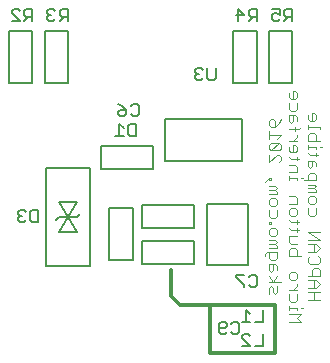
<source format=gbo>
G75*
%MOIN*%
%OFA0B0*%
%FSLAX25Y25*%
%IPPOS*%
%LPD*%
%AMOC8*
5,1,8,0,0,1.08239X$1,22.5*
%
%ADD10C,0.00400*%
%ADD11C,0.01181*%
%ADD12C,0.00800*%
%ADD13C,0.00500*%
D10*
X0107317Y0062701D02*
X0107317Y0063357D01*
X0107972Y0064013D01*
X0111251Y0064013D01*
X0111251Y0062046D01*
X0110595Y0061390D01*
X0109284Y0061390D01*
X0108628Y0062046D01*
X0108628Y0064013D01*
X0108628Y0065378D02*
X0111251Y0065378D01*
X0111251Y0066033D01*
X0110595Y0066689D01*
X0111251Y0067345D01*
X0110595Y0068001D01*
X0108628Y0068001D01*
X0108628Y0066689D02*
X0110595Y0066689D01*
X0110595Y0069365D02*
X0109284Y0069365D01*
X0108628Y0070021D01*
X0108628Y0071332D01*
X0109284Y0071988D01*
X0110595Y0071988D01*
X0111251Y0071332D01*
X0111251Y0070021D01*
X0110595Y0069365D01*
X0109284Y0073353D02*
X0109284Y0074009D01*
X0108628Y0074009D01*
X0108628Y0073353D01*
X0109284Y0073353D01*
X0109284Y0075347D02*
X0108628Y0076003D01*
X0108628Y0077970D01*
X0109284Y0079335D02*
X0108628Y0079990D01*
X0108628Y0081302D01*
X0109284Y0081957D01*
X0110595Y0081957D01*
X0111251Y0081302D01*
X0111251Y0079990D01*
X0110595Y0079335D01*
X0109284Y0079335D01*
X0111251Y0077970D02*
X0111251Y0076003D01*
X0110595Y0075347D01*
X0109284Y0075347D01*
X0115124Y0074664D02*
X0115780Y0074009D01*
X0118402Y0074009D01*
X0117747Y0074664D02*
X0117747Y0073353D01*
X0117747Y0072006D02*
X0117747Y0070695D01*
X0118402Y0071350D02*
X0115780Y0071350D01*
X0115124Y0072006D01*
X0115124Y0069330D02*
X0117747Y0069330D01*
X0117747Y0066707D02*
X0115780Y0066707D01*
X0115124Y0067363D01*
X0115124Y0069330D01*
X0115780Y0065342D02*
X0117091Y0065342D01*
X0117747Y0064686D01*
X0117747Y0062719D01*
X0119058Y0062719D02*
X0115124Y0062719D01*
X0115124Y0064686D01*
X0115780Y0065342D01*
X0110595Y0060025D02*
X0108628Y0060025D01*
X0108628Y0058058D01*
X0109284Y0057402D01*
X0109939Y0058058D01*
X0109939Y0060025D01*
X0110595Y0060025D02*
X0111251Y0059370D01*
X0111251Y0058058D01*
X0111251Y0056046D02*
X0109939Y0054079D01*
X0108628Y0056046D01*
X0108628Y0054079D02*
X0112562Y0054079D01*
X0111251Y0052714D02*
X0111251Y0050747D01*
X0110595Y0050092D01*
X0109939Y0050747D01*
X0109939Y0052059D01*
X0109284Y0052714D01*
X0108628Y0052059D01*
X0108628Y0050092D01*
X0115124Y0050056D02*
X0115124Y0048089D01*
X0115780Y0047433D01*
X0117091Y0047433D01*
X0117747Y0048089D01*
X0117747Y0050056D01*
X0117747Y0051421D02*
X0115124Y0051421D01*
X0116435Y0051421D02*
X0117747Y0052732D01*
X0117747Y0053388D01*
X0117091Y0054744D02*
X0117747Y0055400D01*
X0117747Y0056711D01*
X0117091Y0057367D01*
X0115780Y0057367D01*
X0115124Y0056711D01*
X0115124Y0055400D01*
X0115780Y0054744D01*
X0117091Y0054744D01*
X0121620Y0054708D02*
X0124243Y0054708D01*
X0125554Y0053397D01*
X0124243Y0052086D01*
X0121620Y0052086D01*
X0121620Y0050721D02*
X0125554Y0050721D01*
X0123587Y0050721D02*
X0123587Y0048098D01*
X0121620Y0048098D02*
X0125554Y0048098D01*
X0123587Y0052086D02*
X0123587Y0054708D01*
X0122932Y0056073D02*
X0122932Y0058040D01*
X0123587Y0058696D01*
X0124899Y0058696D01*
X0125554Y0058040D01*
X0125554Y0056073D01*
X0121620Y0056073D01*
X0122276Y0060061D02*
X0121620Y0060717D01*
X0121620Y0062028D01*
X0122276Y0062684D01*
X0121620Y0064049D02*
X0124243Y0064049D01*
X0125554Y0065360D01*
X0124243Y0066671D01*
X0121620Y0066671D01*
X0121620Y0068036D02*
X0125554Y0068036D01*
X0121620Y0070659D01*
X0125554Y0070659D01*
X0123587Y0066671D02*
X0123587Y0064049D01*
X0124899Y0062684D02*
X0125554Y0062028D01*
X0125554Y0060717D01*
X0124899Y0060061D01*
X0122276Y0060061D01*
X0119714Y0045431D02*
X0119058Y0045431D01*
X0117747Y0045431D02*
X0115124Y0045431D01*
X0115124Y0046086D02*
X0115124Y0044775D01*
X0115124Y0043410D02*
X0119058Y0043410D01*
X0117747Y0042099D01*
X0119058Y0040787D01*
X0115124Y0040787D01*
X0117747Y0044775D02*
X0117747Y0045431D01*
X0117091Y0076012D02*
X0115780Y0076012D01*
X0115124Y0076667D01*
X0115124Y0077979D01*
X0115780Y0078634D01*
X0117091Y0078634D01*
X0117747Y0077979D01*
X0117747Y0076667D01*
X0117091Y0076012D01*
X0117747Y0079999D02*
X0115124Y0079999D01*
X0115124Y0082622D02*
X0117091Y0082622D01*
X0117747Y0081966D01*
X0117747Y0079999D01*
X0121620Y0080655D02*
X0122276Y0079999D01*
X0123587Y0079999D01*
X0124243Y0080655D01*
X0124243Y0081966D01*
X0123587Y0082622D01*
X0122276Y0082622D01*
X0121620Y0081966D01*
X0121620Y0080655D01*
X0121620Y0078634D02*
X0121620Y0076667D01*
X0122276Y0076012D01*
X0123587Y0076012D01*
X0124243Y0076667D01*
X0124243Y0078634D01*
X0124243Y0083987D02*
X0121620Y0083987D01*
X0121620Y0085298D02*
X0123587Y0085298D01*
X0124243Y0085954D01*
X0123587Y0086610D01*
X0121620Y0086610D01*
X0121620Y0087975D02*
X0121620Y0089942D01*
X0122276Y0090597D01*
X0123587Y0090597D01*
X0124243Y0089942D01*
X0124243Y0087975D01*
X0120309Y0087975D01*
X0119714Y0088630D02*
X0119058Y0088630D01*
X0117747Y0088630D02*
X0115124Y0088630D01*
X0115124Y0087975D02*
X0115124Y0089286D01*
X0115124Y0090633D02*
X0117747Y0090633D01*
X0117747Y0092600D01*
X0117091Y0093256D01*
X0115124Y0093256D01*
X0115780Y0095276D02*
X0115124Y0095932D01*
X0115780Y0095276D02*
X0118402Y0095276D01*
X0117747Y0094621D02*
X0117747Y0095932D01*
X0117091Y0097279D02*
X0117747Y0097935D01*
X0117747Y0099246D01*
X0117091Y0099902D01*
X0116435Y0099902D01*
X0116435Y0097279D01*
X0115780Y0097279D02*
X0117091Y0097279D01*
X0115780Y0097279D02*
X0115124Y0097935D01*
X0115124Y0099246D01*
X0115124Y0101267D02*
X0117747Y0101267D01*
X0117747Y0102578D02*
X0117747Y0103234D01*
X0117747Y0102578D02*
X0116435Y0101267D01*
X0117091Y0104590D02*
X0117091Y0105901D01*
X0118402Y0105245D02*
X0115124Y0105245D01*
X0115780Y0107248D02*
X0116435Y0107904D01*
X0116435Y0109871D01*
X0117091Y0109871D02*
X0115124Y0109871D01*
X0115124Y0107904D01*
X0115780Y0107248D01*
X0117747Y0107904D02*
X0117747Y0109215D01*
X0117091Y0109871D01*
X0117091Y0111236D02*
X0115780Y0111236D01*
X0115124Y0111892D01*
X0115124Y0113859D01*
X0115780Y0115224D02*
X0117091Y0115224D01*
X0117747Y0115879D01*
X0117747Y0117191D01*
X0117091Y0117846D01*
X0116435Y0117846D01*
X0116435Y0115224D01*
X0115780Y0115224D02*
X0115124Y0115879D01*
X0115124Y0117191D01*
X0117747Y0113859D02*
X0117747Y0111892D01*
X0117091Y0111236D01*
X0121620Y0109880D02*
X0121620Y0108569D01*
X0122276Y0107913D01*
X0123587Y0107913D01*
X0124243Y0108569D01*
X0124243Y0109880D01*
X0123587Y0110536D01*
X0122932Y0110536D01*
X0122932Y0107913D01*
X0121620Y0106566D02*
X0121620Y0105254D01*
X0121620Y0105910D02*
X0125554Y0105910D01*
X0125554Y0105254D01*
X0123587Y0103889D02*
X0124243Y0103234D01*
X0124243Y0101267D01*
X0125554Y0101267D02*
X0121620Y0101267D01*
X0121620Y0103234D01*
X0122276Y0103889D01*
X0123587Y0103889D01*
X0121620Y0099920D02*
X0121620Y0098608D01*
X0121620Y0099264D02*
X0124243Y0099264D01*
X0124243Y0098608D01*
X0124243Y0097261D02*
X0124243Y0095950D01*
X0124899Y0096606D02*
X0122276Y0096606D01*
X0121620Y0097261D01*
X0121620Y0094585D02*
X0121620Y0092618D01*
X0122276Y0091962D01*
X0122932Y0092618D01*
X0122932Y0094585D01*
X0123587Y0094585D02*
X0121620Y0094585D01*
X0123587Y0094585D02*
X0124243Y0093929D01*
X0124243Y0092618D01*
X0125554Y0099264D02*
X0126210Y0099264D01*
X0119058Y0105901D02*
X0118402Y0105245D01*
X0112562Y0103243D02*
X0108628Y0103243D01*
X0108628Y0104554D02*
X0108628Y0101931D01*
X0109284Y0100566D02*
X0108628Y0099911D01*
X0108628Y0098599D01*
X0109284Y0097944D01*
X0111906Y0100566D01*
X0109284Y0100566D01*
X0111251Y0101931D02*
X0112562Y0103243D01*
X0110595Y0105919D02*
X0110595Y0107886D01*
X0109939Y0108542D01*
X0109284Y0108542D01*
X0108628Y0107886D01*
X0108628Y0106575D01*
X0109284Y0105919D01*
X0110595Y0105919D01*
X0111906Y0107230D01*
X0112562Y0108542D01*
X0111906Y0100566D02*
X0112562Y0099911D01*
X0112562Y0098599D01*
X0111906Y0097944D01*
X0109284Y0097944D01*
X0108628Y0096579D02*
X0108628Y0093956D01*
X0111251Y0096579D01*
X0111906Y0096579D01*
X0112562Y0095923D01*
X0112562Y0094612D01*
X0111906Y0093956D01*
X0109284Y0088621D02*
X0109284Y0087966D01*
X0108628Y0087966D01*
X0108628Y0088621D01*
X0109284Y0088621D01*
X0108628Y0088621D02*
X0107317Y0087310D01*
X0108628Y0085945D02*
X0110595Y0085945D01*
X0111251Y0085289D01*
X0110595Y0084634D01*
X0108628Y0084634D01*
X0108628Y0083322D02*
X0111251Y0083322D01*
X0111251Y0083978D01*
X0110595Y0084634D01*
X0117747Y0087975D02*
X0117747Y0088630D01*
X0123587Y0085298D02*
X0124243Y0084643D01*
X0124243Y0083987D01*
D11*
X0110397Y0046335D02*
X0088743Y0046335D01*
X0078900Y0046335D01*
X0075948Y0049287D01*
X0075948Y0058146D01*
X0088743Y0046335D02*
X0088743Y0030587D01*
X0110397Y0030587D01*
X0110397Y0046335D01*
D12*
X0034215Y0059457D02*
X0034215Y0092268D01*
X0048782Y0092268D01*
X0048782Y0059457D01*
X0034215Y0059457D01*
X0055345Y0061295D02*
X0063086Y0061295D01*
X0063086Y0078618D01*
X0055345Y0078618D01*
X0055345Y0061295D01*
X0066302Y0060181D02*
X0083625Y0060181D01*
X0083625Y0067921D01*
X0066302Y0067921D01*
X0066302Y0060181D01*
X0066302Y0071992D02*
X0083625Y0071992D01*
X0083625Y0079732D01*
X0066302Y0079732D01*
X0066302Y0071992D01*
X0069845Y0091677D02*
X0052523Y0091677D01*
X0052523Y0099417D01*
X0069845Y0099417D01*
X0069845Y0091677D01*
X0073873Y0094453D02*
X0099676Y0094453D01*
X0099676Y0108453D01*
X0073873Y0108453D01*
X0073873Y0094453D01*
X0087916Y0080087D02*
X0101381Y0080087D01*
X0101381Y0059827D01*
X0087916Y0059827D01*
X0087916Y0080087D01*
X0096684Y0120350D02*
X0104424Y0120350D01*
X0104424Y0137673D01*
X0096684Y0137673D01*
X0096684Y0120350D01*
X0108495Y0120350D02*
X0116235Y0120350D01*
X0116235Y0137673D01*
X0108495Y0137673D01*
X0108495Y0120350D01*
X0041432Y0120350D02*
X0033692Y0120350D01*
X0033692Y0137673D01*
X0041432Y0137673D01*
X0041432Y0120350D01*
X0029621Y0120350D02*
X0021881Y0120350D01*
X0021881Y0137673D01*
X0029621Y0137673D01*
X0029621Y0120350D01*
D13*
X0029670Y0141073D02*
X0029670Y0145104D01*
X0027654Y0145104D01*
X0026982Y0144432D01*
X0026982Y0143088D01*
X0027654Y0142416D01*
X0029670Y0142416D01*
X0028326Y0142416D02*
X0026982Y0141073D01*
X0025501Y0141073D02*
X0022814Y0143760D01*
X0022814Y0144432D01*
X0023485Y0145104D01*
X0024829Y0145104D01*
X0025501Y0144432D01*
X0025501Y0141073D02*
X0022814Y0141073D01*
X0034625Y0141745D02*
X0035296Y0141073D01*
X0036640Y0141073D01*
X0037312Y0141745D01*
X0038793Y0141073D02*
X0040137Y0142416D01*
X0039465Y0142416D02*
X0038793Y0143088D01*
X0038793Y0144432D01*
X0039465Y0145104D01*
X0041481Y0145104D01*
X0041481Y0141073D01*
X0041481Y0142416D02*
X0039465Y0142416D01*
X0037312Y0144432D02*
X0036640Y0145104D01*
X0035296Y0145104D01*
X0034625Y0144432D01*
X0034625Y0143760D01*
X0035296Y0143088D01*
X0034625Y0142416D01*
X0034625Y0141745D01*
X0035296Y0143088D02*
X0035968Y0143088D01*
X0058247Y0113608D02*
X0059590Y0112936D01*
X0060934Y0111592D01*
X0058918Y0111592D01*
X0058247Y0110920D01*
X0058247Y0110249D01*
X0058918Y0109577D01*
X0060262Y0109577D01*
X0060934Y0110249D01*
X0060934Y0111592D01*
X0062416Y0110249D02*
X0063087Y0109577D01*
X0064431Y0109577D01*
X0065103Y0110249D01*
X0065103Y0112936D01*
X0064431Y0113608D01*
X0063087Y0113608D01*
X0062416Y0112936D01*
X0062182Y0106797D02*
X0064197Y0106797D01*
X0064197Y0102766D01*
X0062182Y0102766D01*
X0061510Y0103438D01*
X0061510Y0106125D01*
X0062182Y0106797D01*
X0060028Y0105453D02*
X0058685Y0106797D01*
X0058685Y0102766D01*
X0060028Y0102766D02*
X0057341Y0102766D01*
X0044436Y0080825D02*
X0038562Y0080825D01*
X0038562Y0080799D02*
X0041499Y0075925D01*
X0044436Y0080799D01*
X0045499Y0076862D02*
X0044499Y0075862D01*
X0044436Y0075799D02*
X0041499Y0075799D01*
X0044436Y0070925D01*
X0038562Y0070925D01*
X0041499Y0075799D01*
X0038562Y0075799D01*
X0038499Y0075762D02*
X0037499Y0074862D01*
X0031638Y0074144D02*
X0029623Y0074144D01*
X0028951Y0074816D01*
X0028951Y0077503D01*
X0029623Y0078175D01*
X0031638Y0078175D01*
X0031638Y0074144D01*
X0027469Y0074816D02*
X0026798Y0074144D01*
X0025454Y0074144D01*
X0024782Y0074816D01*
X0024782Y0075487D01*
X0025454Y0076159D01*
X0026126Y0076159D01*
X0025454Y0076159D02*
X0024782Y0076831D01*
X0024782Y0077503D01*
X0025454Y0078175D01*
X0026798Y0078175D01*
X0027469Y0077503D01*
X0083837Y0122060D02*
X0084509Y0121388D01*
X0085853Y0121388D01*
X0086525Y0122060D01*
X0088006Y0122060D02*
X0088006Y0125419D01*
X0086525Y0124747D02*
X0085853Y0125419D01*
X0084509Y0125419D01*
X0083837Y0124747D01*
X0083837Y0124075D01*
X0084509Y0123403D01*
X0083837Y0122731D01*
X0083837Y0122060D01*
X0084509Y0123403D02*
X0085181Y0123403D01*
X0088006Y0122060D02*
X0088678Y0121388D01*
X0090022Y0121388D01*
X0090693Y0122060D01*
X0090693Y0125419D01*
X0098289Y0141073D02*
X0098289Y0145104D01*
X0100304Y0143088D01*
X0097617Y0143088D01*
X0101786Y0143088D02*
X0102457Y0142416D01*
X0104473Y0142416D01*
X0104473Y0141073D02*
X0104473Y0145104D01*
X0102457Y0145104D01*
X0101786Y0144432D01*
X0101786Y0143088D01*
X0103129Y0142416D02*
X0101786Y0141073D01*
X0109428Y0141745D02*
X0110100Y0141073D01*
X0111443Y0141073D01*
X0112115Y0141745D01*
X0112115Y0143088D02*
X0110771Y0143760D01*
X0110100Y0143760D01*
X0109428Y0143088D01*
X0109428Y0141745D01*
X0112115Y0143088D02*
X0112115Y0145104D01*
X0109428Y0145104D01*
X0113597Y0144432D02*
X0113597Y0143088D01*
X0114268Y0142416D01*
X0116284Y0142416D01*
X0116284Y0141073D02*
X0116284Y0145104D01*
X0114268Y0145104D01*
X0113597Y0144432D01*
X0114940Y0142416D02*
X0113597Y0141073D01*
X0103801Y0056521D02*
X0104473Y0055849D01*
X0104473Y0053162D01*
X0103801Y0052490D01*
X0102457Y0052490D01*
X0101786Y0053162D01*
X0100304Y0053162D02*
X0100304Y0052490D01*
X0100304Y0053162D02*
X0097617Y0055849D01*
X0097617Y0056521D01*
X0100304Y0056521D01*
X0101786Y0055849D02*
X0102457Y0056521D01*
X0103801Y0056521D01*
X0106441Y0044710D02*
X0106441Y0040679D01*
X0103754Y0040679D01*
X0102273Y0040679D02*
X0099585Y0040679D01*
X0098567Y0040101D02*
X0098567Y0037414D01*
X0097896Y0036742D01*
X0096552Y0036742D01*
X0095880Y0037414D01*
X0094399Y0037414D02*
X0093727Y0036742D01*
X0092383Y0036742D01*
X0091711Y0037414D01*
X0091711Y0040101D01*
X0092383Y0040773D01*
X0093727Y0040773D01*
X0094399Y0040101D01*
X0094399Y0039429D01*
X0093727Y0038758D01*
X0091711Y0038758D01*
X0095880Y0040101D02*
X0096552Y0040773D01*
X0097896Y0040773D01*
X0098567Y0040101D01*
X0100929Y0040679D02*
X0100929Y0044710D01*
X0102273Y0043366D01*
X0101601Y0036836D02*
X0100257Y0036836D01*
X0099585Y0036164D01*
X0099585Y0035492D01*
X0102273Y0032805D01*
X0099585Y0032805D01*
X0103754Y0032805D02*
X0106441Y0032805D01*
X0106441Y0036836D01*
X0102273Y0036164D02*
X0101601Y0036836D01*
M02*

</source>
